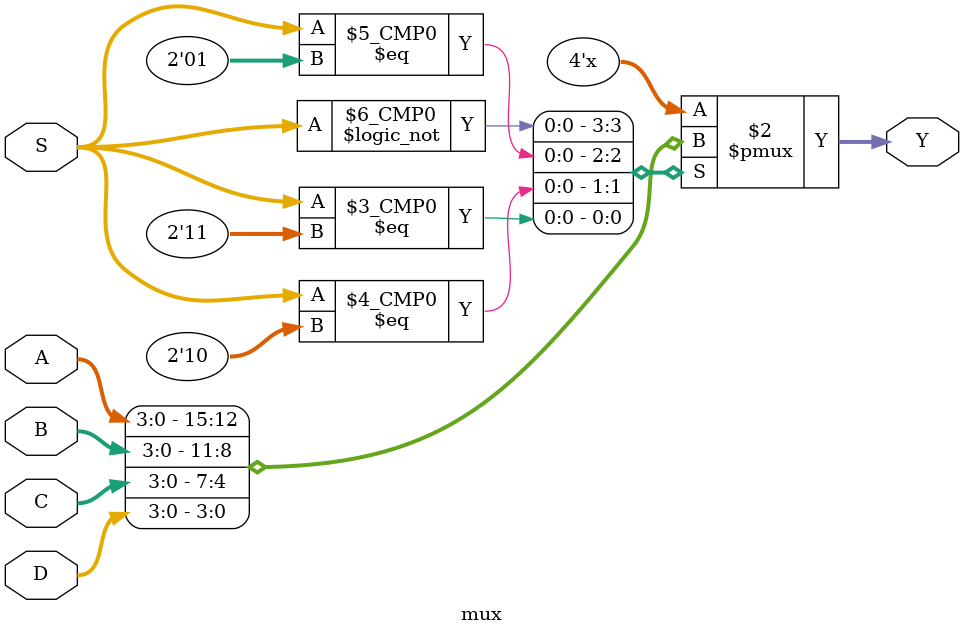
<source format=v>
`timescale 1ns / 1ps


module mux(A,B,C,D,S,Y);
input [3:0]A,B,C,D;
input [1:0]S;
output reg [3:0]Y;

always @(*)
 begin
    case(S)
    2'b00 : Y=A;
    2'b01 : Y=B;
    2'b10 : Y=C;
    2'b11 : Y=D;
    default : Y='bx; 
    endcase
 end
endmodule

</source>
